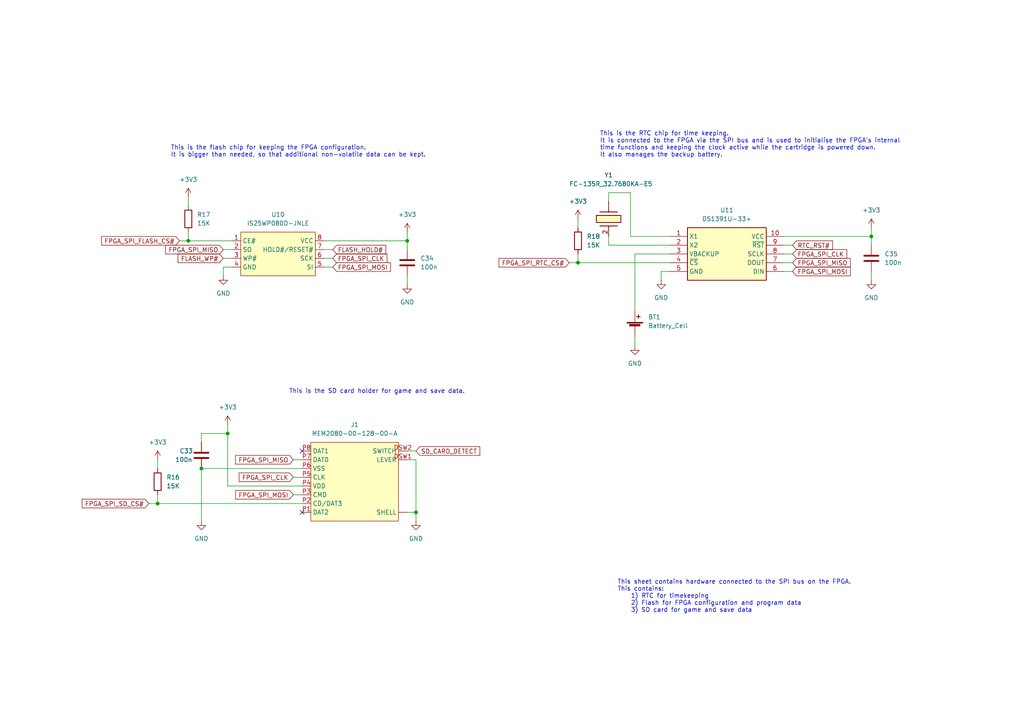
<source format=kicad_sch>
(kicad_sch (version 20211123) (generator eeschema)
  (paper "A4")
  (title_block (title "SPI bus and peripherals") (company "© Elijah Almeida Coimbra"))
  (lib_symbols
    (symbol "Device:Battery_Cell" (pin_numbers hide) (pin_names (offset 0) hide)
      (property "Reference" "BT" (at 2.54 2.54 0))
      (property "Value" "Battery_Cell" (at 2.54 0 0))
      (symbol "Battery_Cell_0_1"
        (rectangle (start -2.286 1.778) (end 2.286 1.524) (fill (type outline)))
        (rectangle (start -1.5748 1.1938) (end 1.4732 0.6858) (fill (type outline)))
        (polyline (pts (xy 0 0.762) (xy 0 0)))
        (polyline (pts (xy 0 1.778) (xy 0 2.54)))
        (polyline (pts (xy 0.508 3.429) (xy 1.524 3.429)) (stroke (width 0.254)))
        (polyline (pts (xy 1.016 3.937) (xy 1.016 2.921)) (stroke (width 0.254)))
      )
      (symbol "Battery_Cell_1_1"
        (pin passive line (at 0 5.08 270) (length 2.54) (name "+") (number "1"))
        (pin passive line (at 0 -2.54 90) (length 2.54) (name "-") (number "2"))
      )
    )
    (symbol "Device:C" (pin_numbers hide) (pin_names (offset 0.254))
      (property "Reference" "C" (at 0.635 2.54 0))
      (property "Value" "C" (at 0.635 -2.54 0))
      (symbol "C_0_1"
        (polyline (pts (xy -2.032 -0.762) (xy 2.032 -0.762)) (stroke (width 0.508)))
        (polyline (pts (xy -2.032 0.762) (xy 2.032 0.762)) (stroke (width 0.508)))
      )
      (symbol "C_1_1"
        (pin passive line (at 0 3.81 270) (length 2.794) (name "~") (number "1"))
        (pin passive line (at 0 -3.81 90) (length 2.794) (name "~") (number "2"))
      )
    )
    (symbol "Device:R" (pin_numbers hide) (pin_names (offset 0))
      (property "Reference" "R" (at 2.032 0 90))
      (property "Value" "R" (at 0 0 90))
      (symbol "R_0_1"
        (rectangle (start -1.016 -2.54) (end 1.016 2.54) (stroke (width 0.254)))
      )
      (symbol "R_1_1"
        (pin passive line (at 0 3.81 270) (length 1.27) (name "~") (number "1"))
        (pin passive line (at 0 -3.81 90) (length 1.27) (name "~") (number "2"))
      )
    )
    (symbol "SamacSys_Parts:DS1391U-33+"
      (property "Reference" "U?" (at 16.51 7.62 0))
      (property "Value" "DS1391U-33+" (at 16.51 5.08 0))
      (symbol "DS1391U-33+_1_1"
        (rectangle (start 5.08 2.54) (end 27.94 -12.7) (stroke (width 0.254)) (fill (type background)))
        (pin passive line (at 0 0 0) (length 5.08) (name "X1") (number "1"))
        (pin power_in line (at 33.02 0 180) (length 5.08) (name "VCC") (number "10"))
        (pin passive line (at 0 -2.54 0) (length 5.08) (name "X2") (number "2"))
        (pin power_in line (at 0 -5.08 0) (length 5.08) (name "VBACKUP") (number "3"))
        (pin input line (at 0 -7.62 0) (length 5.08) (name "~{CS}") (number "4"))
        (pin power_in line (at 0 -10.16 0) (length 5.08) (name "GND") (number "5"))
        (pin input line (at 33.02 -10.16 180) (length 5.08) (name "DIN") (number "6"))
        (pin output line (at 33.02 -7.62 180) (length 5.08) (name "DOUT") (number "7"))
        (pin input line (at 33.02 -5.08 180) (length 5.08) (name "SCLK") (number "8"))
        (pin output line (at 33.02 -2.54 180) (length 5.08) (name "~{RST}") (number "9"))
      )
    )
    (symbol "SamacSys_Parts:FC-135R_32.7680KA-E5" (pin_names hide)
      (property "Reference" "Y?" (at 5.08 8.89 0))
      (property "Value" "FC-135R_32.7680KA-E5" (at 5.08 6.35 0))
      (symbol "FC-135R_32.7680KA-E5_1_1"
        (polyline (pts (xy 3.048 0) (xy 2.54 0)) (stroke (width 0.254)))
        (polyline (pts (xy 3.048 2.54) (xy 3.048 -2.54)) (stroke (width 0.254)))
        (polyline (pts (xy 7.112 0) (xy 7.62 0)) (stroke (width 0.254)))
        (polyline (pts (xy 7.112 2.54) (xy 7.112 -2.54)) (stroke (width 0.254)))
        (rectangle (start 4.064 3.556) (end 6.096 -3.556) (stroke (width 0.254)) (fill (type background)))
        (pin passive line (at 10.16 0 180) (length 2.54) (name "") (number ""))
        (pin passive line (at 0 0 0) (length 2.54) (name "CRYSTAL_2") (number "2"))
      )
    )
    (symbol "SamacSys_Parts:IS25WP080D-JNLE"
      (property "Reference" "U" (at 13.97 6.35 0))
      (property "Value" "IS25WP080D-JNLE" (at 13.97 3.81 0))
      (symbol "IS25WP080D-JNLE_0_0"
        (pin input line (at 0 0 0) (length 2.54) (name "CE#") (number "1"))
        (pin output line (at 0 -2.54 0) (length 2.54) (name "SO") (number "2"))
        (pin input line (at 0 -5.08 0) (length 2.54) (name "WP#") (number "3"))
        (pin power_in line (at 0 -7.62 0) (length 2.54) (name "GND") (number "4"))
        (pin input line (at 26.67 -7.62 180) (length 2.54) (name "SI") (number "5"))
        (pin input line (at 26.67 -5.08 180) (length 2.54) (name "SCK") (number "6"))
        (pin input line (at 26.67 -2.54 180) (length 2.54) (name "HOLD#/RESET#") (number "7"))
        (pin power_in line (at 26.67 0 180) (length 2.54) (name "VCC") (number "8"))
      )
      (symbol "IS25WP080D-JNLE_0_1"
        (rectangle (start 2.54 2.54) (end 24.13 -10.16) (fill (type background)))
      )
    )
    (symbol "SamacSys_Parts:MEM2080-00-128-00-A"
      (property "Reference" "J?" (at 13.97 7.62 0))
      (property "Value" "MEM2080-00-128-00-A" (at 15.24 5.08 0))
      (symbol "MEM2080-00-128-00-A_0_0"
        (pin input line (at 30.48 -16.51 180) (length 2.54) (name "SHELL") (number ""))
        (pin passive line (at 30.48 -1.27 180) (length 2.54) (name "LEVER") (number "DSW1"))
        (pin passive line (at 30.48 1.27 180) (length 2.54) (name "SWITCH") (number "DSW2"))
        (pin bidirectional line (at 0 -16.51 0) (length 2.54) (name "DAT2") (number "P1"))
        (pin bidirectional line (at 0 -13.97 0) (length 2.54) (name "CD/DAT3") (number "P2"))
        (pin input line (at 0 -11.43 0) (length 2.54) (name "CMD") (number "P3"))
        (pin power_in line (at 0 -8.89 0) (length 2.54) (name "VDD") (number "P4"))
        (pin input line (at 0 -6.35 0) (length 2.54) (name "CLK") (number "P5"))
        (pin power_in line (at 0 -3.81 0) (length 2.54) (name "VSS") (number "P6"))
        (pin bidirectional line (at 0 -1.27 0) (length 2.54) (name "DAT0") (number "P7"))
        (pin bidirectional line (at 0 1.27 0) (length 2.54) (name "DAT1") (number "P8"))
      )
      (symbol "MEM2080-00-128-00-A_0_1"
        (rectangle (start 2.54 3.81) (end 27.94 -19.05) (fill (type background)))
      )
    )
    (symbol "power:+3.3V" (power) (pin_names (offset 0))
      (property "Value" "+3.3V" (at 0 3.556 0))
      (symbol "+3.3V_0_1"
        (polyline (pts (xy -0.762 1.27) (xy 0 2.54)))
        (polyline (pts (xy 0 0) (xy 0 2.54)))
        (polyline (pts (xy 0 2.54) (xy 0.762 1.27)))
      )
      (symbol "+3.3V_1_1"
        (pin power_in line (at 0 0 90) (length 0) hide (name "+3V3") (number "1"))
      )
    )
    (symbol "power:+3V3" (power) (pin_names (offset 0))
      (property "Value" "+3V3" (at 0 3.556 0))
      (symbol "+3V3_0_1"
        (polyline (pts (xy -0.762 1.27) (xy 0 2.54)))
        (polyline (pts (xy 0 0) (xy 0 2.54)))
        (polyline (pts (xy 0 2.54) (xy 0.762 1.27)))
      )
      (symbol "+3V3_1_1"
        (pin power_in line (at 0 0 90) (length 0) hide (name "+3V3") (number "1"))
      )
    )
    (symbol "power:GND" (power) (pin_names (offset 0))
      (property "Value" "GND" (at 0 -3.81 0))
      (symbol "GND_0_1"
        (polyline (pts (xy 0 0) (xy 0 -1.27) (xy 1.27 -1.27) (xy 0 -2.54) (xy -1.27 -1.27) (xy 0 -1.27)))
      )
      (symbol "GND_1_1"
        (pin power_in line (at 0 0 270) (length 0) hide (name "GND") (number "1"))
      )
    )
  )
  (junction (at 120.65 148.59))
  (junction (at 118.11 69.85))
  (junction (at 54.61 69.85))
  (junction (at 45.72 146.05))
  (junction (at 58.42 135.89))
  (junction (at 167.64 76.2))
  (junction (at 66.04 125.73))
  (junction (at 252.73 68.58))
  (no_connect (at 87.63 130.81))
  (no_connect (at 87.63 148.59))
  (wire (pts (xy 85.09 143.51) (xy 87.63 143.51)))
  (wire (pts (xy 167.64 73.66) (xy 167.64 76.2)))
  (wire (pts (xy 64.77 72.39) (xy 67.31 72.39)))
  (wire (pts (xy 118.11 80.01) (xy 118.11 82.55)))
  (wire (pts (xy 93.98 74.93) (xy 96.52 74.93)))
  (wire (pts (xy 58.42 125.73) (xy 66.04 125.73)))
  (wire (pts (xy 45.72 143.51) (xy 45.72 146.05)))
  (wire (pts (xy 194.31 71.12) (xy 176.53 71.12)))
  (wire (pts (xy 118.11 130.81) (xy 120.65 130.81)))
  (wire (pts (xy 184.15 90.17) (xy 184.15 73.66)))
  (wire (pts (xy 45.72 146.05) (xy 87.63 146.05)))
  (wire (pts (xy 191.77 78.74) (xy 191.77 81.28)))
  (wire (pts (xy 64.77 74.93) (xy 67.31 74.93)))
  (wire (pts (xy 182.88 55.88) (xy 182.88 68.58)))
  (wire (pts (xy 252.73 68.58) (xy 252.73 71.12)))
  (wire (pts (xy 252.73 66.04) (xy 252.73 68.58)))
  (wire (pts (xy 118.11 133.35) (xy 120.65 133.35)))
  (wire (pts (xy 227.33 73.66) (xy 229.87 73.66)))
  (wire (pts (xy 85.09 133.35) (xy 87.63 133.35)))
  (wire (pts (xy 252.73 78.74) (xy 252.73 81.28)))
  (wire (pts (xy 93.98 72.39) (xy 96.52 72.39)))
  (wire (pts (xy 184.15 73.66) (xy 194.31 73.66)))
  (wire (pts (xy 45.72 133.35) (xy 45.72 135.89)))
  (wire (pts (xy 182.88 68.58) (xy 194.31 68.58)))
  (wire (pts (xy 58.42 135.89) (xy 58.42 151.13)))
  (wire (pts (xy 227.33 76.2) (xy 229.87 76.2)))
  (wire (pts (xy 93.98 77.47) (xy 96.52 77.47)))
  (wire (pts (xy 52.07 69.85) (xy 54.61 69.85)))
  (wire (pts (xy 54.61 57.15) (xy 54.61 59.69)))
  (wire (pts (xy 93.98 69.85) (xy 118.11 69.85)))
  (wire (pts (xy 184.15 97.79) (xy 184.15 100.33)))
  (wire (pts (xy 120.65 133.35) (xy 120.65 148.59)))
  (wire (pts (xy 54.61 67.31) (xy 54.61 69.85)))
  (wire (pts (xy 67.31 77.47) (xy 64.77 77.47)))
  (wire (pts (xy 227.33 68.58) (xy 252.73 68.58)))
  (wire (pts (xy 87.63 135.89) (xy 58.42 135.89)))
  (wire (pts (xy 176.53 55.88) (xy 182.88 55.88)))
  (wire (pts (xy 58.42 128.27) (xy 58.42 125.73)))
  (wire (pts (xy 165.1 76.2) (xy 167.64 76.2)))
  (wire (pts (xy 167.64 76.2) (xy 194.31 76.2)))
  (wire (pts (xy 66.04 140.97) (xy 66.04 125.73)))
  (wire (pts (xy 120.65 148.59) (xy 120.65 151.13)))
  (wire (pts (xy 227.33 71.12) (xy 229.87 71.12)))
  (wire (pts (xy 66.04 140.97) (xy 87.63 140.97)))
  (wire (pts (xy 54.61 69.85) (xy 67.31 69.85)))
  (wire (pts (xy 85.09 138.43) (xy 87.63 138.43)))
  (wire (pts (xy 118.11 69.85) (xy 118.11 72.39)))
  (wire (pts (xy 194.31 78.74) (xy 191.77 78.74)))
  (wire (pts (xy 176.53 71.12) (xy 176.53 68.58)))
  (wire (pts (xy 167.64 63.5) (xy 167.64 66.04)))
  (wire (pts (xy 118.11 148.59) (xy 120.65 148.59)))
  (wire (pts (xy 227.33 78.74) (xy 229.87 78.74)))
  (wire (pts (xy 43.18 146.05) (xy 45.72 146.05)))
  (wire (pts (xy 176.53 58.42) (xy 176.53 55.88)))
  (wire (pts (xy 64.77 77.47) (xy 64.77 80.01)))
  (wire (pts (xy 66.04 125.73) (xy 66.04 123.19)))
  (wire (pts (xy 118.11 69.85) (xy 118.11 67.31)))
  (text "This is the RTC chip for time keeping.\nIt is connected to the FPGA via the SPI bus and is used to initialise the FPGA's internal\ntime functions and keeping the clock active while the cartridge is powered down.\nIt also manages the backup battery." (at 173.99 45.72 0) (effects (font (size 1.27 1.27)) (justify left bottom)))
  (text "This sheet contains hardware connected to the SPI bus on the FPGA.\nThis contains:\n    1) RTC for timekeeping\n    2) Flash for FPGA configuration and program data\n    3) SD card for game and save data" (at 179.07 177.8 0) (effects (font (size 1.27 1.27)) (justify left bottom)))
  (text "This is the SD card holder for game and save data." (at 83.82 114.3 0) (effects (font (size 1.27 1.27)) (justify left bottom)))
  (text "This is the flash chip for keeping the FPGA configuration.\nIt is bigger than needed, so that additional non-volatile data can be kept.\n" (at 49.53 45.72 0) (effects (font (size 1.27 1.27)) (justify left bottom)))
  (global_label "SD_CARD_DETECT" (shape input) (at 120.65 130.81 0) (property "Intersheet References" "${INTERSHEET_REFS}" (effects hide)))
  (global_label "FPGA_SPI_CLK" (shape input) (at 96.52 74.93 0) (property "Intersheet References" "${INTERSHEET_REFS}" (effects hide)))
  (global_label "FPGA_SPI_MISO" (shape input) (at 85.09 133.35 180) (property "Intersheet References" "${INTERSHEET_REFS}" (effects hide)))
  (global_label "FPGA_SPI_MISO" (shape input) (at 64.77 72.39 180) (property "Intersheet References" "${INTERSHEET_REFS}" (effects hide)))
  (global_label "FLASH_HOLD#" (shape input) (at 96.52 72.39 0) (property "Intersheet References" "${INTERSHEET_REFS}" (effects hide)))
  (global_label "FPGA_SPI_CLK" (shape input) (at 229.87 73.66 0) (property "Intersheet References" "${INTERSHEET_REFS}" (effects hide)))
  (global_label "FPGA_SPI_RTC_CS#" (shape input) (at 165.1 76.2 180) (property "Intersheet References" "${INTERSHEET_REFS}" (effects hide)))
  (global_label "FLASH_WP#" (shape input) (at 64.77 74.93 180) (property "Intersheet References" "${INTERSHEET_REFS}" (effects hide)))
  (global_label "FPGA_SPI_MOSI" (shape input) (at 96.52 77.47 0) (property "Intersheet References" "${INTERSHEET_REFS}" (effects hide)))
  (global_label "FPGA_SPI_SD_CS#" (shape input) (at 43.18 146.05 180) (property "Intersheet References" "${INTERSHEET_REFS}" (effects hide)))
  (global_label "FPGA_SPI_MOSI" (shape input) (at 85.09 143.51 180) (property "Intersheet References" "${INTERSHEET_REFS}" (effects hide)))
  (global_label "RTC_RST#" (shape input) (at 229.87 71.12 0) (property "Intersheet References" "${INTERSHEET_REFS}" (effects hide)))
  (global_label "FPGA_SPI_MOSI" (shape input) (at 229.87 78.74 0) (property "Intersheet References" "${INTERSHEET_REFS}" (effects hide)))
  (global_label "FPGA_SPI_MISO" (shape input) (at 229.87 76.2 0) (property "Intersheet References" "${INTERSHEET_REFS}" (effects hide)))
  (global_label "FPGA_SPI_FLASH_CS#" (shape input) (at 52.07 69.85 180) (property "Intersheet References" "${INTERSHEET_REFS}" (effects hide)))
  (global_label "FPGA_SPI_CLK" (shape input) (at 85.09 138.43 180) (property "Intersheet References" "${INTERSHEET_REFS}" (effects hide)))
  (symbol (lib_id "power:+3V3") (at 66.04 123.19 0) (unit 1)
    (property "Reference" "#PWR077" (effects hide))
    (property "Value" "+3V3" (at 66.04 118.11 0))
  )
  (symbol (lib_id "power:GND") (at 191.77 81.28 0) (unit 1)
    (property "Reference" "#PWR082" (effects hide))
    (property "Value" "GND" (at 191.77 86.36 0))
  )
  (symbol (lib_id "Device:R") (at 167.64 69.85 0) (unit 1)
    (property "Reference" "R18" (at 170.18 68.5799 0) (effects (justify left)))
    (property "Value" "15K" (at 170.18 71.1199 0) (effects (justify left)))
  )
  (symbol (lib_id "SamacSys_Parts:MEM2080-00-128-00-A") (at 87.63 132.08 0) (unit 1)
    (property "Reference" "J1" (at 102.87 123.19 0))
    (property "Value" "MEM2080-00-128-00-A" (at 102.87 125.73 0))
  )
  (symbol (lib_id "power:GND") (at 120.65 151.13 0) (unit 1)
    (property "Reference" "#PWR080" (effects hide))
    (property "Value" "GND" (at 120.65 156.21 0))
  )
  (symbol (lib_id "Device:C") (at 118.11 76.2 0) (unit 1)
    (property "Reference" "C34" (at 121.92 74.9299 0) (effects (justify left)))
    (property "Value" "100n" (at 121.92 77.4699 0) (effects (justify left)))
  )
  (symbol (lib_id "power:GND") (at 118.11 82.55 0) (unit 1)
    (property "Reference" "#PWR079" (effects hide))
    (property "Value" "GND" (at 118.11 87.63 0))
  )
  (symbol (lib_id "power:GND") (at 58.42 151.13 0) (unit 1)
    (property "Reference" "#PWR075" (effects hide))
    (property "Value" "GND" (at 58.42 156.21 0))
  )
  (symbol (lib_id "Device:C") (at 58.42 132.08 0) (unit 1)
    (property "Reference" "C33" (at 52.07 130.81 0) (effects (justify left)))
    (property "Value" "100n" (at 50.8 133.35 0) (effects (justify left)))
  )
  (symbol (lib_id "SamacSys_Parts:FC-135R_32.7680KA-E5") (at 176.53 68.58 90) (unit 1)
    (property "Reference" "Y1" (at 175.26 50.8 90) (effects (justify right)))
    (property "Value" "FC-135R_32.7680KA-E5" (at 165.1 53.34 90) (effects (justify right)))
    (property "Datasheet" "https://eu.mouser.com/datasheet/2/137/FC_255_en-1649561.pdf" (effects hide))
    (property "MFN" "Epson Timing" (effects hide))
    (property "MFP" "FC-135R 32.7680KA-E3" (effects hide))
  )
  (symbol (lib_id "Device:R") (at 45.72 139.7 0) (unit 1)
    (property "Reference" "R16" (at 48.26 138.4299 0) (effects (justify left)))
    (property "Value" "15K" (at 48.26 140.9699 0) (effects (justify left)))
  )
  (symbol (lib_id "power:+3V3") (at 45.72 133.35 0) (unit 1)
    (property "Reference" "#PWR073" (effects hide))
    (property "Value" "+3V3" (at 45.72 128.27 0))
  )
  (symbol (lib_id "power:+3V3") (at 118.11 67.31 0) (unit 1)
    (property "Reference" "#PWR078" (effects hide))
    (property "Value" "+3V3" (at 118.11 62.23 0))
  )
  (symbol (lib_id "Device:C") (at 252.73 74.93 0) (unit 1)
    (property "Reference" "C35" (at 256.54 73.6599 0) (effects (justify left)))
    (property "Value" "100n" (at 256.54 76.1999 0) (effects (justify left)))
  )
  (symbol (lib_id "power:+3V3") (at 54.61 57.15 0) (unit 1)
    (property "Reference" "#PWR074" (effects hide))
    (property "Value" "+3V3" (at 54.61 52.07 0))
  )
  (symbol (lib_id "power:GND") (at 184.15 100.33 0) (unit 1)
    (property "Reference" "#PWR0101" (effects hide))
    (property "Value" "GND" (at 184.15 105.41 0))
  )
  (symbol (lib_id "SamacSys_Parts:IS25WP080D-JNLE") (at 67.31 69.85 0) (unit 1)
    (property "Reference" "U10" (at 80.645 62.23 0))
    (property "Value" "IS25WP080D-JNLE" (at 80.645 64.77 0))
  )
  (symbol (lib_id "power:+3.3V") (at 252.73 66.04 0) (unit 1)
    (property "Reference" "#PWR083" (effects hide))
    (property "Value" "+3.3V" (at 252.73 60.96 0))
  )
  (symbol (lib_id "power:+3V3") (at 167.64 63.5 0) (unit 1)
    (property "Reference" "#PWR081" (effects hide))
    (property "Value" "+3V3" (at 167.64 58.42 0))
  )
  (symbol (lib_id "power:GND") (at 64.77 80.01 0) (unit 1)
    (property "Reference" "#PWR076" (effects hide))
    (property "Value" "GND" (at 64.77 85.09 0))
  )
  (symbol (lib_id "SamacSys_Parts:DS1391U-33+") (at 194.31 68.58 0) (unit 1)
    (property "Reference" "U11" (at 210.82 60.96 0))
    (property "Value" "DS1391U-33+" (at 210.82 63.5 0))
    (property "Datasheet" "https://eu.mouser.com/datasheet/2/609/DS1390_DS1394-3122080.pdf" (effects hide))
    (property "MFN" "Analog Devices" (effects hide))
    (property "MFP" "DS1391U-33+" (effects hide))
  )
  (symbol (lib_id "Device:Battery_Cell") (at 184.15 95.25 0) (unit 1)
    (property "Reference" "BT1" (at 187.96 91.9479 0) (effects (justify left)))
    (property "Value" "Battery_Cell" (at 187.96 94.4879 0) (effects (justify left)))
  )
  (symbol (lib_id "power:GND") (at 252.73 81.28 0) (unit 1)
    (property "Reference" "#PWR084" (effects hide))
    (property "Value" "GND" (at 252.73 86.36 0))
  )
  (symbol (lib_id "Device:R") (at 54.61 63.5 0) (unit 1)
    (property "Reference" "R17" (at 57.15 62.2299 0) (effects (justify left)))
    (property "Value" "15K" (at 57.15 64.7699 0) (effects (justify left)))
  )
)
</source>
